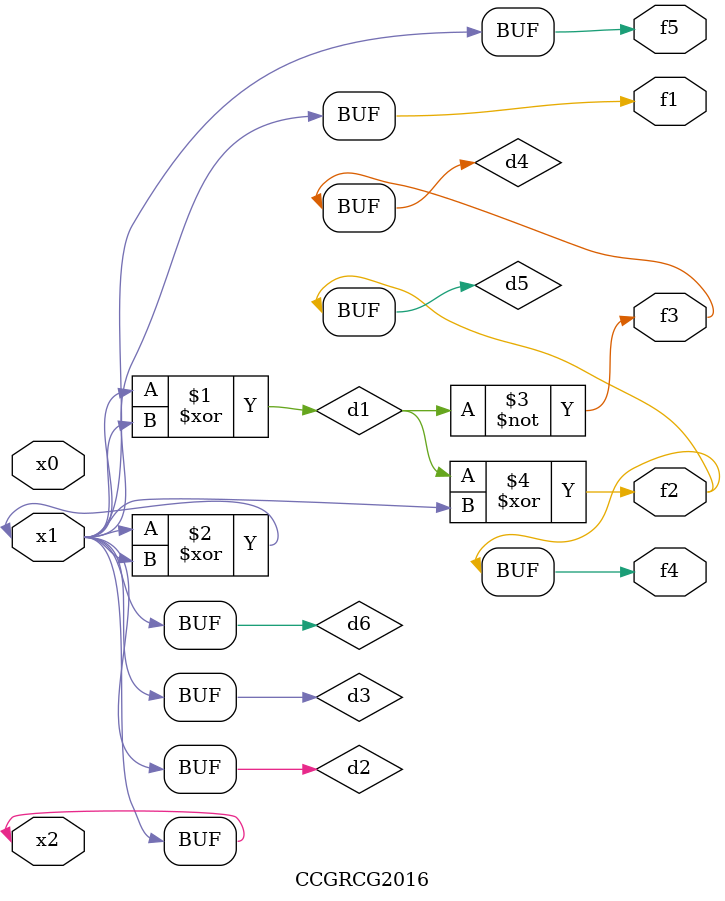
<source format=v>
module CCGRCG2016(
	input x0, x1, x2,
	output f1, f2, f3, f4, f5
);

	wire d1, d2, d3, d4, d5, d6;

	xor (d1, x1, x2);
	buf (d2, x1, x2);
	xor (d3, x1, x2);
	nor (d4, d1);
	xor (d5, d1, d2);
	buf (d6, d2, d3);
	assign f1 = d6;
	assign f2 = d5;
	assign f3 = d4;
	assign f4 = d5;
	assign f5 = d6;
endmodule

</source>
